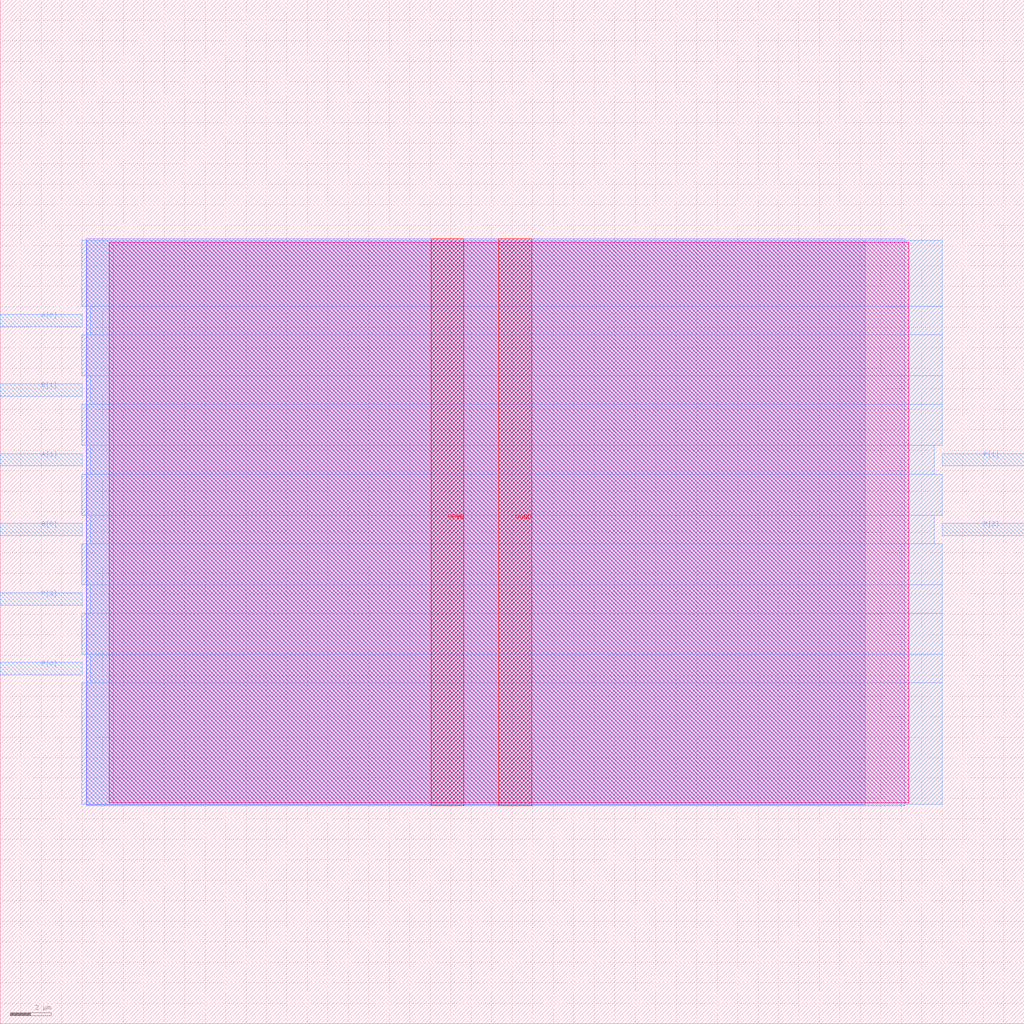
<source format=lef>
VERSION 5.7 ;
  NOWIREEXTENSIONATPIN ON ;
  DIVIDERCHAR "/" ;
  BUSBITCHARS "[]" ;
MACRO SARSA_RUIDO_e9_1
  CLASS BLOCK ;
  FOREIGN SARSA_RUIDO_e9_1 ;
  ORIGIN 0.000 0.000 ;
  SIZE 50.000 BY 50.000 ;
  PIN A[0]
    DIRECTION INPUT ;
    USE SIGNAL ;
    ANTENNAGATEAREA 0.196500 ;
    PORT
      LAYER met3 ;
        RECT 0.000 34.040 4.000 34.640 ;
    END
  END A[0]
  PIN A[1]
    DIRECTION INPUT ;
    USE SIGNAL ;
    ANTENNAGATEAREA 0.196500 ;
    PORT
      LAYER met3 ;
        RECT 0.000 27.240 4.000 27.840 ;
    END
  END A[1]
  PIN B[0]
    DIRECTION INPUT ;
    USE SIGNAL ;
    ANTENNAGATEAREA 0.196500 ;
    PORT
      LAYER met3 ;
        RECT 0.000 23.840 4.000 24.440 ;
    END
  END B[0]
  PIN B[1]
    DIRECTION INPUT ;
    USE SIGNAL ;
    ANTENNAGATEAREA 0.196500 ;
    PORT
      LAYER met3 ;
        RECT 0.000 30.640 4.000 31.240 ;
    END
  END B[1]
  PIN P[0]
    DIRECTION OUTPUT ;
    USE SIGNAL ;
    ANTENNADIFFAREA 0.445500 ;
    PORT
      LAYER met3 ;
        RECT 0.000 17.040 4.000 17.640 ;
    END
  END P[0]
  PIN P[1]
    DIRECTION OUTPUT ;
    USE SIGNAL ;
    ANTENNADIFFAREA 0.445500 ;
    PORT
      LAYER met3 ;
        RECT 46.000 27.240 50.000 27.840 ;
    END
  END P[1]
  PIN P[2]
    DIRECTION OUTPUT ;
    USE SIGNAL ;
    ANTENNADIFFAREA 0.445500 ;
    PORT
      LAYER met3 ;
        RECT 46.000 23.840 50.000 24.440 ;
    END
  END P[2]
  PIN P[3]
    DIRECTION OUTPUT ;
    USE SIGNAL ;
    ANTENNADIFFAREA 0.445500 ;
    PORT
      LAYER met3 ;
        RECT 0.000 20.440 4.000 21.040 ;
    END
  END P[3]
  PIN VGND
    DIRECTION INOUT ;
    USE GROUND ;
    PORT
      LAYER met4 ;
        RECT 24.340 10.640 25.940 38.320 ;
    END
  END VGND
  PIN VPWR
    DIRECTION INOUT ;
    USE POWER ;
    PORT
      LAYER met4 ;
        RECT 21.040 10.640 22.640 38.320 ;
    END
  END VPWR
  OBS
      LAYER nwell ;
        RECT 5.330 10.795 44.350 38.165 ;
      LAYER li1 ;
        RECT 5.520 10.795 44.160 38.165 ;
      LAYER met1 ;
        RECT 4.210 10.640 44.160 38.320 ;
      LAYER met2 ;
        RECT 4.230 10.695 42.230 38.265 ;
      LAYER met3 ;
        RECT 3.990 35.040 46.000 38.245 ;
        RECT 4.400 33.640 46.000 35.040 ;
        RECT 3.990 31.640 46.000 33.640 ;
        RECT 4.400 30.240 46.000 31.640 ;
        RECT 3.990 28.240 46.000 30.240 ;
        RECT 4.400 26.840 45.600 28.240 ;
        RECT 3.990 24.840 46.000 26.840 ;
        RECT 4.400 23.440 45.600 24.840 ;
        RECT 3.990 21.440 46.000 23.440 ;
        RECT 4.400 20.040 46.000 21.440 ;
        RECT 3.990 18.040 46.000 20.040 ;
        RECT 4.400 16.640 46.000 18.040 ;
        RECT 3.990 10.715 46.000 16.640 ;
  END
END SARSA_RUIDO_e9_1
END LIBRARY


</source>
